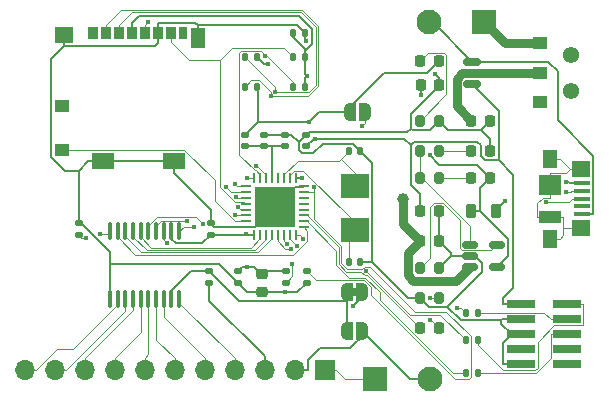
<source format=gbr>
%TF.GenerationSoftware,KiCad,Pcbnew,7.0.5*%
%TF.CreationDate,2023-10-10T15:43:22+02:00*%
%TF.ProjectId,sharp-ce140f-emul_v2,73686172-702d-4636-9531-3430662d656d,rev?*%
%TF.SameCoordinates,Original*%
%TF.FileFunction,Copper,L1,Top*%
%TF.FilePolarity,Positive*%
%FSLAX46Y46*%
G04 Gerber Fmt 4.6, Leading zero omitted, Abs format (unit mm)*
G04 Created by KiCad (PCBNEW 7.0.5) date 2023-10-10 15:43:22*
%MOMM*%
%LPD*%
G01*
G04 APERTURE LIST*
G04 Aperture macros list*
%AMRoundRect*
0 Rectangle with rounded corners*
0 $1 Rounding radius*
0 $2 $3 $4 $5 $6 $7 $8 $9 X,Y pos of 4 corners*
0 Add a 4 corners polygon primitive as box body*
4,1,4,$2,$3,$4,$5,$6,$7,$8,$9,$2,$3,0*
0 Add four circle primitives for the rounded corners*
1,1,$1+$1,$2,$3*
1,1,$1+$1,$4,$5*
1,1,$1+$1,$6,$7*
1,1,$1+$1,$8,$9*
0 Add four rect primitives between the rounded corners*
20,1,$1+$1,$2,$3,$4,$5,0*
20,1,$1+$1,$4,$5,$6,$7,0*
20,1,$1+$1,$6,$7,$8,$9,0*
20,1,$1+$1,$8,$9,$2,$3,0*%
%AMFreePoly0*
4,1,19,0.500000,-0.750000,0.000000,-0.750000,0.000000,-0.744911,-0.071157,-0.744911,-0.207708,-0.704816,-0.327430,-0.627875,-0.420627,-0.520320,-0.479746,-0.390866,-0.500000,-0.250000,-0.500000,0.250000,-0.479746,0.390866,-0.420627,0.520320,-0.327430,0.627875,-0.207708,0.704816,-0.071157,0.744911,0.000000,0.744911,0.000000,0.750000,0.500000,0.750000,0.500000,-0.750000,0.500000,-0.750000,
$1*%
%AMFreePoly1*
4,1,19,0.000000,0.744911,0.071157,0.744911,0.207708,0.704816,0.327430,0.627875,0.420627,0.520320,0.479746,0.390866,0.500000,0.250000,0.500000,-0.250000,0.479746,-0.390866,0.420627,-0.520320,0.327430,-0.627875,0.207708,-0.704816,0.071157,-0.744911,0.000000,-0.744911,0.000000,-0.750000,-0.500000,-0.750000,-0.500000,0.750000,0.000000,0.750000,0.000000,0.744911,0.000000,0.744911,
$1*%
G04 Aperture macros list end*
%TA.AperFunction,SMDPad,CuDef*%
%ADD10RoundRect,0.225000X-0.250000X0.225000X-0.250000X-0.225000X0.250000X-0.225000X0.250000X0.225000X0*%
%TD*%
%TA.AperFunction,SMDPad,CuDef*%
%ADD11RoundRect,0.140000X-0.140000X-0.170000X0.140000X-0.170000X0.140000X0.170000X-0.140000X0.170000X0*%
%TD*%
%TA.AperFunction,SMDPad,CuDef*%
%ADD12RoundRect,0.140000X0.170000X-0.140000X0.170000X0.140000X-0.170000X0.140000X-0.170000X-0.140000X0*%
%TD*%
%TA.AperFunction,SMDPad,CuDef*%
%ADD13RoundRect,0.140000X-0.170000X0.140000X-0.170000X-0.140000X0.170000X-0.140000X0.170000X0.140000X0*%
%TD*%
%TA.AperFunction,SMDPad,CuDef*%
%ADD14RoundRect,0.225000X-0.225000X-0.250000X0.225000X-0.250000X0.225000X0.250000X-0.225000X0.250000X0*%
%TD*%
%TA.AperFunction,SMDPad,CuDef*%
%ADD15RoundRect,0.218750X0.218750X0.256250X-0.218750X0.256250X-0.218750X-0.256250X0.218750X-0.256250X0*%
%TD*%
%TA.AperFunction,SMDPad,CuDef*%
%ADD16RoundRect,0.218750X-0.218750X-0.256250X0.218750X-0.256250X0.218750X0.256250X-0.218750X0.256250X0*%
%TD*%
%TA.AperFunction,SMDPad,CuDef*%
%ADD17RoundRect,0.218750X-0.218750X-0.381250X0.218750X-0.381250X0.218750X0.381250X-0.218750X0.381250X0*%
%TD*%
%TA.AperFunction,ComponentPad*%
%ADD18R,1.700000X1.700000*%
%TD*%
%TA.AperFunction,ComponentPad*%
%ADD19O,1.700000X1.700000*%
%TD*%
%TA.AperFunction,SMDPad,CuDef*%
%ADD20FreePoly0,180.000000*%
%TD*%
%TA.AperFunction,SMDPad,CuDef*%
%ADD21FreePoly1,180.000000*%
%TD*%
%TA.AperFunction,SMDPad,CuDef*%
%ADD22RoundRect,0.147500X-0.172500X0.147500X-0.172500X-0.147500X0.172500X-0.147500X0.172500X0.147500X0*%
%TD*%
%TA.AperFunction,SMDPad,CuDef*%
%ADD23RoundRect,0.135000X-0.185000X0.135000X-0.185000X-0.135000X0.185000X-0.135000X0.185000X0.135000X0*%
%TD*%
%TA.AperFunction,SMDPad,CuDef*%
%ADD24RoundRect,0.200000X0.200000X0.275000X-0.200000X0.275000X-0.200000X-0.275000X0.200000X-0.275000X0*%
%TD*%
%TA.AperFunction,SMDPad,CuDef*%
%ADD25RoundRect,0.100000X-0.100000X0.637500X-0.100000X-0.637500X0.100000X-0.637500X0.100000X0.637500X0*%
%TD*%
%TA.AperFunction,SMDPad,CuDef*%
%ADD26R,2.400000X2.000000*%
%TD*%
%TA.AperFunction,ComponentPad*%
%ADD27RoundRect,0.250001X-0.799999X-0.799999X0.799999X-0.799999X0.799999X0.799999X-0.799999X0.799999X0*%
%TD*%
%TA.AperFunction,ComponentPad*%
%ADD28C,2.100000*%
%TD*%
%TA.AperFunction,SMDPad,CuDef*%
%ADD29R,1.380000X0.450000*%
%TD*%
%TA.AperFunction,SMDPad,CuDef*%
%ADD30R,1.300000X1.650000*%
%TD*%
%TA.AperFunction,SMDPad,CuDef*%
%ADD31R,1.550000X1.425000*%
%TD*%
%TA.AperFunction,SMDPad,CuDef*%
%ADD32R,1.900000X1.800000*%
%TD*%
%TA.AperFunction,SMDPad,CuDef*%
%ADD33R,1.900000X1.000000*%
%TD*%
%TA.AperFunction,SMDPad,CuDef*%
%ADD34RoundRect,0.135000X-0.135000X-0.185000X0.135000X-0.185000X0.135000X0.185000X-0.135000X0.185000X0*%
%TD*%
%TA.AperFunction,SMDPad,CuDef*%
%ADD35FreePoly0,0.000000*%
%TD*%
%TA.AperFunction,SMDPad,CuDef*%
%ADD36FreePoly1,0.000000*%
%TD*%
%TA.AperFunction,ComponentPad*%
%ADD37RoundRect,0.250001X0.799999X0.799999X-0.799999X0.799999X-0.799999X-0.799999X0.799999X-0.799999X0*%
%TD*%
%TA.AperFunction,SMDPad,CuDef*%
%ADD38RoundRect,0.135000X0.135000X0.185000X-0.135000X0.185000X-0.135000X-0.185000X0.135000X-0.185000X0*%
%TD*%
%TA.AperFunction,SMDPad,CuDef*%
%ADD39RoundRect,0.150000X-0.587500X-0.150000X0.587500X-0.150000X0.587500X0.150000X-0.587500X0.150000X0*%
%TD*%
%TA.AperFunction,SMDPad,CuDef*%
%ADD40R,1.200000X1.000000*%
%TD*%
%TA.AperFunction,ComponentPad*%
%ADD41C,1.381000*%
%TD*%
%TA.AperFunction,SMDPad,CuDef*%
%ADD42RoundRect,0.200000X-0.200000X-0.275000X0.200000X-0.275000X0.200000X0.275000X-0.200000X0.275000X0*%
%TD*%
%TA.AperFunction,SMDPad,CuDef*%
%ADD43RoundRect,0.062500X-0.062500X0.375000X-0.062500X-0.375000X0.062500X-0.375000X0.062500X0.375000X0*%
%TD*%
%TA.AperFunction,SMDPad,CuDef*%
%ADD44RoundRect,0.062500X-0.375000X0.062500X-0.375000X-0.062500X0.375000X-0.062500X0.375000X0.062500X0*%
%TD*%
%TA.AperFunction,SMDPad,CuDef*%
%ADD45R,3.450000X3.450000*%
%TD*%
%TA.AperFunction,SMDPad,CuDef*%
%ADD46R,0.850000X1.100000*%
%TD*%
%TA.AperFunction,SMDPad,CuDef*%
%ADD47R,0.750000X1.100000*%
%TD*%
%TA.AperFunction,SMDPad,CuDef*%
%ADD48R,1.170000X1.800000*%
%TD*%
%TA.AperFunction,SMDPad,CuDef*%
%ADD49R,1.900000X1.350000*%
%TD*%
%TA.AperFunction,SMDPad,CuDef*%
%ADD50R,1.550000X1.350000*%
%TD*%
%TA.AperFunction,SMDPad,CuDef*%
%ADD51R,2.400000X0.740000*%
%TD*%
%TA.AperFunction,SMDPad,CuDef*%
%ADD52RoundRect,0.150000X-0.512500X-0.150000X0.512500X-0.150000X0.512500X0.150000X-0.512500X0.150000X0*%
%TD*%
%TA.AperFunction,ViaPad*%
%ADD53C,0.400000*%
%TD*%
%TA.AperFunction,ViaPad*%
%ADD54C,1.000000*%
%TD*%
%TA.AperFunction,Conductor*%
%ADD55C,0.100000*%
%TD*%
%TA.AperFunction,Conductor*%
%ADD56C,0.200000*%
%TD*%
%TA.AperFunction,Conductor*%
%ADD57C,0.800000*%
%TD*%
G04 APERTURE END LIST*
%TA.AperFunction,EtchedComponent*%
%TO.C,JP2*%
G36*
X164334000Y-112568000D02*
G01*
X163834000Y-112568000D01*
X163834000Y-111968000D01*
X164334000Y-111968000D01*
X164334000Y-112568000D01*
G37*
%TD.AperFunction*%
%TD*%
D10*
%TO.P,C1,1*%
%TO.N,+3V3*%
X156210000Y-110731000D03*
%TO.P,C1,2*%
%TO.N,GND*%
X156210000Y-112281000D03*
%TD*%
D11*
%TO.P,C2,1*%
%TO.N,/HSE_IN*%
X163604000Y-109728000D03*
%TO.P,C2,2*%
%TO.N,GND*%
X164564000Y-109728000D03*
%TD*%
D12*
%TO.P,C3,1*%
%TO.N,+3V3*%
X159998000Y-99928000D03*
%TO.P,C3,2*%
%TO.N,GND*%
X159998000Y-98968000D03*
%TD*%
%TO.P,C4,1*%
%TO.N,+3V3*%
X151892000Y-107414000D03*
%TO.P,C4,2*%
%TO.N,GND*%
X151892000Y-106454000D03*
%TD*%
D13*
%TO.P,C5,1*%
%TO.N,+3V3*%
X154178000Y-110518000D03*
%TO.P,C5,2*%
%TO.N,GND*%
X154178000Y-111478000D03*
%TD*%
D11*
%TO.P,C6,1*%
%TO.N,/HSE_OUT*%
X163604000Y-100330000D03*
%TO.P,C6,2*%
%TO.N,GND*%
X164564000Y-100330000D03*
%TD*%
D13*
%TO.P,C7,1*%
%TO.N,/vccb*%
X151780000Y-110518000D03*
%TO.P,C7,2*%
%TO.N,GND*%
X151780000Y-111478000D03*
%TD*%
D14*
%TO.P,C10,1*%
%TO.N,VPP*%
X169684500Y-94728000D03*
%TO.P,C10,2*%
%TO.N,GND*%
X171234500Y-94728000D03*
%TD*%
%TO.P,C11,1*%
%TO.N,/V_BAT*%
X169659000Y-107936000D03*
%TO.P,C11,2*%
%TO.N,GND*%
X171209000Y-107936000D03*
%TD*%
D15*
%TO.P,D1,1,K*%
%TO.N,Net-(D1-Pad1)*%
X171221500Y-115302000D03*
%TO.P,D1,2,A*%
%TO.N,/usr_led*%
X169646500Y-115302000D03*
%TD*%
D16*
%TO.P,D2,1,K*%
%TO.N,Net-(D2-Pad1)*%
X173964500Y-102602000D03*
%TO.P,D2,2,A*%
%TO.N,VPP*%
X175539500Y-102602000D03*
%TD*%
D17*
%TO.P,FB1,1*%
%TO.N,VPP*%
X173943500Y-105396000D03*
%TO.P,FB1,2*%
%TO.N,+5V*%
X176068500Y-105396000D03*
%TD*%
D18*
%TO.P,J2,1,MT_OUT2*%
%TO.N,/mt_out2*%
X161544000Y-118872000D03*
D19*
%TO.P,J2,2,VGG*%
%TO.N,/vgg*%
X159004000Y-118872000D03*
%TO.P,J2,3,GND*%
%TO.N,GND*%
X156464000Y-118872000D03*
%TO.P,J2,4,BUSY*%
%TO.N,/busy*%
X153924000Y-118872000D03*
%TO.P,J2,5,DOUT*%
%TO.N,/dout*%
X151384000Y-118872000D03*
%TO.P,J2,6,X_IN*%
%TO.N,/x_in*%
X148844000Y-118872000D03*
%TO.P,J2,7,X_OUT*%
%TO.N,/x_out*%
X146304000Y-118872000D03*
%TO.P,J2,8,DIN*%
%TO.N,/din*%
X143764000Y-118872000D03*
%TO.P,J2,9,ACK*%
%TO.N,/ack*%
X141224000Y-118872000D03*
%TO.P,J2,10,SEL2*%
%TO.N,/sel2*%
X138684000Y-118872000D03*
%TO.P,J2,11,SEL1*%
%TO.N,/sel1*%
X136144000Y-118872000D03*
%TD*%
D20*
%TO.P,JP1,1,A*%
%TO.N,/BOOT0*%
X164988000Y-97028000D03*
D21*
%TO.P,JP1,2,B*%
%TO.N,+3V3*%
X163688000Y-97028000D03*
%TD*%
D22*
%TO.P,L1,1*%
%TO.N,+3V3*%
X154806000Y-98963000D03*
%TO.P,L1,2*%
%TO.N,+3.3VA*%
X154806000Y-99933000D03*
%TD*%
D23*
%TO.P,R1,1*%
%TO.N,/BOOT0*%
X160020000Y-110488000D03*
%TO.P,R1,2*%
%TO.N,GND*%
X160020000Y-111508000D03*
%TD*%
%TO.P,R2,1*%
%TO.N,GND*%
X140718000Y-106424000D03*
%TO.P,R2,2*%
%TO.N,PA0*%
X140718000Y-107444000D03*
%TD*%
D24*
%TO.P,R3,1*%
%TO.N,Net-(D1-Pad1)*%
X171259000Y-112762000D03*
%TO.P,R3,2*%
%TO.N,GND*%
X169609000Y-112762000D03*
%TD*%
D25*
%TO.P,U1,1,A1*%
%TO.N,PA2*%
X149229000Y-107119500D03*
%TO.P,U1,2,VCCA*%
%TO.N,+3V3*%
X148579000Y-107119500D03*
%TO.P,U1,3,A2*%
%TO.N,PA3*%
X147929000Y-107119500D03*
%TO.P,U1,4,A3*%
%TO.N,PA4*%
X147279000Y-107119500D03*
%TO.P,U1,5,A4*%
%TO.N,PA5*%
X146629000Y-107119500D03*
%TO.P,U1,6,A5*%
%TO.N,PA8*%
X145979000Y-107119500D03*
%TO.P,U1,7,A6*%
%TO.N,PA9*%
X145329000Y-107119500D03*
%TO.P,U1,8,A7*%
%TO.N,PA10*%
X144679000Y-107119500D03*
%TO.P,U1,9,A8*%
%TO.N,PA15*%
X144029000Y-107119500D03*
%TO.P,U1,10,OE*%
%TO.N,PA0*%
X143379000Y-107119500D03*
%TO.P,U1,11,GND*%
%TO.N,GND*%
X143379000Y-112844500D03*
%TO.P,U1,12,B8*%
%TO.N,/sel1*%
X144029000Y-112844500D03*
%TO.P,U1,13,B7*%
%TO.N,/sel2*%
X144679000Y-112844500D03*
%TO.P,U1,14,B6*%
%TO.N,/ack*%
X145329000Y-112844500D03*
%TO.P,U1,15,B5*%
%TO.N,/din*%
X145979000Y-112844500D03*
%TO.P,U1,16,B4*%
%TO.N,/x_out*%
X146629000Y-112844500D03*
%TO.P,U1,17,B3*%
%TO.N,/x_in*%
X147279000Y-112844500D03*
%TO.P,U1,18,B2*%
%TO.N,/dout*%
X147929000Y-112844500D03*
%TO.P,U1,19,VCCB*%
%TO.N,/vccb*%
X148579000Y-112844500D03*
%TO.P,U1,20,B1*%
%TO.N,/busy*%
X149229000Y-112844500D03*
%TD*%
D26*
%TO.P,Y1,1,1*%
%TO.N,/HSE_IN*%
X164084000Y-107006000D03*
%TO.P,Y1,2,2*%
%TO.N,/HSE_OUT*%
X164084000Y-103306000D03*
%TD*%
D27*
%TO.P,J1,1,Pin_1*%
%TO.N,/mt_out2*%
X165834000Y-119634000D03*
D28*
%TO.P,J1,2,Pin_2*%
%TO.N,/vgg*%
X170434000Y-119634000D03*
%TD*%
D23*
%TO.P,R4,1*%
%TO.N,+3V3*%
X158242000Y-110488000D03*
%TO.P,R4,2*%
%TO.N,USB_D+*%
X158242000Y-111508000D03*
%TD*%
D29*
%TO.P,J3,1,VBUS*%
%TO.N,+5V*%
X183324000Y-103066000D03*
%TO.P,J3,2,D-*%
%TO.N,USB_D-*%
X183324000Y-103716000D03*
%TO.P,J3,3,D+*%
%TO.N,USB_D+*%
X183324000Y-104366000D03*
%TO.P,J3,4,ID*%
%TO.N,unconnected-(J3-Pad4)*%
X183324000Y-105016000D03*
%TO.P,J3,5,GND*%
%TO.N,GND*%
X183324000Y-105666000D03*
D30*
%TO.P,J3,6,Shield*%
%TO.N,unconnected-(J3-Pad6)*%
X180664000Y-100991000D03*
D31*
X183239000Y-106853500D03*
D32*
X180664000Y-103216000D03*
D33*
X180664000Y-105916000D03*
D31*
X183239000Y-101878500D03*
D30*
X180664000Y-107741000D03*
%TD*%
D34*
%TO.P,R16,1*%
%TO.N,SWO*%
X173480000Y-119126000D03*
%TO.P,R16,2*%
%TO.N,Net-(J6-Pad6)*%
X174500000Y-119126000D03*
%TD*%
D35*
%TO.P,JP2,1,A*%
%TO.N,/vccb*%
X163434000Y-112268000D03*
D36*
%TO.P,JP2,2,B*%
%TO.N,VPP*%
X164734000Y-112268000D03*
%TD*%
D24*
%TO.P,R7,1*%
%TO.N,Net-(D3-Pad2)*%
X171259000Y-100316000D03*
%TO.P,R7,2*%
%TO.N,Net-(R6-Pad2)*%
X169609000Y-100316000D03*
%TD*%
D37*
%TO.P,J5,1,Pin_1*%
%TO.N,/V_BAT*%
X175020000Y-89408000D03*
D28*
%TO.P,J5,2,Pin_2*%
%TO.N,GND*%
X170420000Y-89408000D03*
%TD*%
D11*
%TO.P,C13,1*%
%TO.N,+3V3*%
X158898000Y-90304000D03*
%TO.P,C13,2*%
%TO.N,GND*%
X159858000Y-90304000D03*
%TD*%
D38*
%TO.P,R9,1*%
%TO.N,+3V3*%
X155798000Y-92336000D03*
%TO.P,R9,2*%
%TO.N,SPI1_MOSI*%
X154778000Y-92336000D03*
%TD*%
D12*
%TO.P,C8,1*%
%TO.N,+3.3VA*%
X158220000Y-99928000D03*
%TO.P,C8,2*%
%TO.N,GND*%
X158220000Y-98968000D03*
%TD*%
D14*
%TO.P,C14,1*%
%TO.N,+3V3*%
X169646000Y-105396000D03*
%TO.P,C14,2*%
%TO.N,GND*%
X171196000Y-105396000D03*
%TD*%
D38*
%TO.P,R10,1*%
%TO.N,+3V3*%
X159888000Y-94876000D03*
%TO.P,R10,2*%
%TO.N,SPI1_SCK*%
X158868000Y-94876000D03*
%TD*%
D39*
%TO.P,U5,1,GND*%
%TO.N,GND*%
X174068500Y-92776000D03*
%TO.P,U5,2,VO*%
%TO.N,+3V3*%
X174068500Y-94676000D03*
%TO.P,U5,3,VI*%
%TO.N,VCC*%
X175943500Y-93726000D03*
%TD*%
D40*
%TO.P,SW1,1,1*%
%TO.N,unconnected-(SW1-Pad1)*%
X179814000Y-96212000D03*
%TO.P,SW1,2,2*%
%TO.N,VCC*%
X179814000Y-93712000D03*
%TO.P,SW1,3,3*%
%TO.N,/V_BAT*%
X179814000Y-91212000D03*
D41*
%TO.P,SW1,4,4*%
%TO.N,unconnected-(SW1-Pad4)*%
X182414000Y-95212000D03*
%TO.P,SW1,5,5*%
%TO.N,unconnected-(SW1-Pad5)*%
X182414000Y-92212000D03*
%TD*%
D15*
%TO.P,D3,1,K*%
%TO.N,GND*%
X175539500Y-100316000D03*
%TO.P,D3,2,A*%
%TO.N,Net-(D3-Pad2)*%
X173964500Y-100316000D03*
%TD*%
D34*
%TO.P,R13,1*%
%TO.N,SWDIO*%
X173480000Y-116332000D03*
%TO.P,R13,2*%
%TO.N,Net-(J6-Pad2)*%
X174500000Y-116332000D03*
%TD*%
D38*
%TO.P,R8,1*%
%TO.N,+3V3*%
X155796000Y-94876000D03*
%TO.P,R8,2*%
%TO.N,SD_CS*%
X154776000Y-94876000D03*
%TD*%
D34*
%TO.P,R15,1*%
%TO.N,SWCLK*%
X173480000Y-114046000D03*
%TO.P,R15,2*%
%TO.N,Net-(J6-Pad4)*%
X174500000Y-114046000D03*
%TD*%
D42*
%TO.P,R12,1*%
%TO.N,Net-(D4-Pad1)*%
X169609000Y-97776000D03*
%TO.P,R12,2*%
%TO.N,GND*%
X171259000Y-97776000D03*
%TD*%
D35*
%TO.P,JP3,1,A*%
%TO.N,/vccb*%
X163434000Y-115570000D03*
D36*
%TO.P,JP3,2,B*%
%TO.N,/vgg*%
X164734000Y-115570000D03*
%TD*%
D43*
%TO.P,U2,1,VDD*%
%TO.N,+3V3*%
X159096000Y-102598500D03*
%TO.P,U2,2,PC14*%
%TO.N,/HSE_IN*%
X158596000Y-102598500D03*
%TO.P,U2,3,PC15*%
%TO.N,/HSE_OUT*%
X158096000Y-102598500D03*
%TO.P,U2,4,NRST*%
%TO.N,unconnected-(U2-Pad4)*%
X157596000Y-102598500D03*
%TO.P,U2,5,VDDA*%
%TO.N,+3.3VA*%
X157096000Y-102598500D03*
%TO.P,U2,6,PA0*%
%TO.N,PA0*%
X156596000Y-102598500D03*
%TO.P,U2,7,PA1*%
%TO.N,SPI1_SCK*%
X156096000Y-102598500D03*
%TO.P,U2,8,PA2*%
%TO.N,PA2*%
X155596000Y-102598500D03*
D44*
%TO.P,U2,9,PA3*%
%TO.N,PA3*%
X154908500Y-103286000D03*
%TO.P,U2,10,PA4*%
%TO.N,PA4*%
X154908500Y-103786000D03*
%TO.P,U2,11,PA5*%
%TO.N,PA5*%
X154908500Y-104286000D03*
%TO.P,U2,12,PA6*%
%TO.N,SPI1_MISO*%
X154908500Y-104786000D03*
%TO.P,U2,13,PA7*%
%TO.N,SPI1_MOSI*%
X154908500Y-105286000D03*
%TO.P,U2,14,PB0*%
%TO.N,SD_CS*%
X154908500Y-105786000D03*
%TO.P,U2,15,PB1*%
%TO.N,SD_CD*%
X154908500Y-106286000D03*
%TO.P,U2,16,VSS*%
%TO.N,GND*%
X154908500Y-106786000D03*
D43*
%TO.P,U2,17,VDD*%
%TO.N,+3V3*%
X155596000Y-107473500D03*
%TO.P,U2,18,PA8*%
%TO.N,PA8*%
X156096000Y-107473500D03*
%TO.P,U2,19,PA9*%
%TO.N,PA9*%
X156596000Y-107473500D03*
%TO.P,U2,20,PA10*%
%TO.N,PA10*%
X157096000Y-107473500D03*
%TO.P,U2,21,PA11*%
%TO.N,USB_D-*%
X157596000Y-107473500D03*
%TO.P,U2,22,PA12*%
%TO.N,USB_D+*%
X158096000Y-107473500D03*
%TO.P,U2,23,PA13*%
%TO.N,SWDIO*%
X158596000Y-107473500D03*
%TO.P,U2,24,PA14*%
%TO.N,SWCLK*%
X159096000Y-107473500D03*
D44*
%TO.P,U2,25,PA15*%
%TO.N,PA15*%
X159783500Y-106786000D03*
%TO.P,U2,26,PB3*%
%TO.N,SWO*%
X159783500Y-106286000D03*
%TO.P,U2,27,PB4*%
%TO.N,/usr_led*%
X159783500Y-105786000D03*
%TO.P,U2,28,PB5*%
%TO.N,PB5*%
X159783500Y-105286000D03*
%TO.P,U2,29,PB6*%
%TO.N,PB6*%
X159783500Y-104786000D03*
%TO.P,U2,30,PB7*%
%TO.N,PB7*%
X159783500Y-104286000D03*
%TO.P,U2,31,PH3*%
%TO.N,/BOOT0*%
X159783500Y-103786000D03*
%TO.P,U2,32,VSS*%
%TO.N,GND*%
X159783500Y-103286000D03*
D45*
%TO.P,U2,33,VSS*%
X157346000Y-105036000D03*
%TD*%
D16*
%TO.P,D4,1,K*%
%TO.N,Net-(D4-Pad1)*%
X169646500Y-92696000D03*
%TO.P,D4,2,A*%
%TO.N,+3V3*%
X171221500Y-92696000D03*
%TD*%
D14*
%TO.P,C12,1*%
%TO.N,VCC*%
X173977000Y-97776000D03*
%TO.P,C12,2*%
%TO.N,GND*%
X175527000Y-97776000D03*
%TD*%
D46*
%TO.P,J4,1,DAT2*%
%TO.N,unconnected-(J4-Pad1)*%
X141929000Y-90371500D03*
%TO.P,J4,2,DAT3/CD*%
%TO.N,SD_CS*%
X143029000Y-90371500D03*
%TO.P,J4,3,CMD*%
%TO.N,SPI1_MOSI*%
X144129000Y-90371500D03*
%TO.P,J4,4,VDD*%
%TO.N,+3V3*%
X145229000Y-90371500D03*
%TO.P,J4,5,CLK*%
%TO.N,SPI1_SCK*%
X146329000Y-90371500D03*
%TO.P,J4,6,VSS*%
%TO.N,GND*%
X147429000Y-90371500D03*
%TO.P,J4,7,DAT0*%
%TO.N,SPI1_MISO*%
X148529000Y-90371500D03*
D47*
%TO.P,J4,8,DAT1*%
%TO.N,unconnected-(J4-Pad8)*%
X149579000Y-90371500D03*
D40*
%TO.P,J4,9,DET_B*%
%TO.N,unconnected-(J4-Pad9)*%
X139294000Y-96521500D03*
%TO.P,J4,10,DET_A*%
%TO.N,SD_CD*%
X139294000Y-100221500D03*
D48*
%TO.P,J4,11,SHIELD*%
%TO.N,GND*%
X150789000Y-90721500D03*
D49*
X148764000Y-101196500D03*
D50*
X139469000Y-90496500D03*
D49*
X142794000Y-101196500D03*
%TD*%
D42*
%TO.P,R5,1*%
%TO.N,Net-(R5-Pad1)*%
X169609000Y-110236000D03*
%TO.P,R5,2*%
%TO.N,GND*%
X171259000Y-110236000D03*
%TD*%
D38*
%TO.P,R11,1*%
%TO.N,+3V3*%
X159886000Y-92336000D03*
%TO.P,R11,2*%
%TO.N,SPI1_MISO*%
X158866000Y-92336000D03*
%TD*%
D51*
%TO.P,J6,1,Pin_1*%
%TO.N,+3V3*%
X178136000Y-113270000D03*
%TO.P,J6,2,Pin_2*%
%TO.N,Net-(J6-Pad2)*%
X182036000Y-113270000D03*
%TO.P,J6,3,Pin_3*%
%TO.N,GND*%
X178136000Y-114540000D03*
%TO.P,J6,4,Pin_4*%
%TO.N,Net-(J6-Pad4)*%
X182036000Y-114540000D03*
%TO.P,J6,5,Pin_5*%
%TO.N,GND*%
X178136000Y-115810000D03*
%TO.P,J6,6,Pin_6*%
%TO.N,Net-(J6-Pad6)*%
X182036000Y-115810000D03*
%TO.P,J6,7,Pin_7*%
%TO.N,unconnected-(J6-Pad7)*%
X178136000Y-117080000D03*
%TO.P,J6,8,Pin_8*%
%TO.N,unconnected-(J6-Pad8)*%
X182036000Y-117080000D03*
%TO.P,J6,9,Pin_9*%
%TO.N,GND*%
X178136000Y-118350000D03*
%TO.P,J6,10,Pin_10*%
%TO.N,unconnected-(J6-Pad10)*%
X182036000Y-118350000D03*
%TD*%
D12*
%TO.P,C9,1*%
%TO.N,+3.3VA*%
X156442000Y-99928000D03*
%TO.P,C9,2*%
%TO.N,GND*%
X156442000Y-98968000D03*
%TD*%
D24*
%TO.P,R6,1*%
%TO.N,Net-(D2-Pad1)*%
X171259000Y-102602000D03*
%TO.P,R6,2*%
%TO.N,Net-(R6-Pad2)*%
X169609000Y-102602000D03*
%TD*%
D52*
%TO.P,U4,1,STAT*%
%TO.N,Net-(R6-Pad2)*%
X173868500Y-108270000D03*
%TO.P,U4,2,VSS*%
%TO.N,GND*%
X173868500Y-109220000D03*
%TO.P,U4,3,VBAT*%
%TO.N,/V_BAT*%
X173868500Y-110170000D03*
%TO.P,U4,4,VDD*%
%TO.N,VPP*%
X176143500Y-110170000D03*
%TO.P,U4,5,PROG*%
%TO.N,Net-(R5-Pad1)*%
X176143500Y-108270000D03*
%TD*%
D53*
%TO.N,PA5*%
X154050500Y-104185600D03*
X151276500Y-106510300D03*
%TO.N,PA4*%
X153241000Y-103402700D03*
X149918100Y-106282000D03*
%TO.N,PA3*%
X153970700Y-103121300D03*
X148222600Y-108138600D03*
%TO.N,PA2*%
X154985700Y-102598500D03*
X150487000Y-106743300D03*
%TO.N,PA0*%
X155773600Y-101605300D03*
X141384500Y-107684700D03*
X142562200Y-107327800D03*
%TO.N,SD_CS*%
X153994600Y-105786000D03*
X156977900Y-95693100D03*
%TO.N,SPI1_MOSI*%
X157338000Y-95296900D03*
X154204100Y-105037500D03*
%TO.N,SPI1_SCK*%
X156464500Y-92285800D03*
X146612300Y-89421600D03*
%TO.N,/BOOT0*%
X160648900Y-103414500D03*
X164714200Y-98206300D03*
%TO.N,SWCLK*%
X159742600Y-107783400D03*
X172774500Y-113622200D03*
%TO.N,SWDIO*%
X159192800Y-108332500D03*
X165091100Y-110463300D03*
D54*
%TO.N,/V_BAT*%
X168225100Y-104429900D03*
D53*
%TO.N,USB_D-*%
X158692600Y-108583900D03*
X181995700Y-103840000D03*
%TO.N,USB_D+*%
X158338900Y-108215100D03*
X180269400Y-104620200D03*
X158811800Y-109887600D03*
%TO.N,+5V*%
X182026800Y-102921000D03*
X176807500Y-104596900D03*
%TO.N,VPP*%
X170434000Y-100678000D03*
X163940100Y-113421100D03*
X169680400Y-95614000D03*
%TO.N,Net-(D1-Pad1)*%
X170493300Y-112762000D03*
X170493300Y-114662900D03*
%TO.N,+3V3*%
X159640700Y-102598500D03*
X160214900Y-97898400D03*
X160079500Y-93996200D03*
X156739100Y-92961400D03*
X160721300Y-99291300D03*
X154898500Y-107340700D03*
X154948100Y-110130500D03*
%TO.N,GND*%
X159967000Y-91039200D03*
X170905400Y-93849100D03*
X158186600Y-112281000D03*
%TD*%
D55*
%TO.N,/sel1*%
X138920200Y-117096100D02*
X137144300Y-118872000D01*
X140229300Y-117096100D02*
X138920200Y-117096100D01*
X144029000Y-113296400D02*
X140229300Y-117096100D01*
X144029000Y-112844500D02*
X144029000Y-113296400D01*
X136144000Y-118872000D02*
X137144300Y-118872000D01*
%TO.N,SWO*%
X172428100Y-119126000D02*
X173480000Y-119126000D01*
X166216600Y-112914500D02*
X172428100Y-119126000D01*
X166216600Y-112271700D02*
X166216600Y-112914500D01*
X164983900Y-111039000D02*
X166216600Y-112271700D01*
X163615400Y-111039000D02*
X164983900Y-111039000D01*
X162549700Y-109973300D02*
X163615400Y-111039000D01*
X162549700Y-108758100D02*
X162549700Y-109973300D01*
X160077600Y-106286000D02*
X162549700Y-108758100D01*
X159783500Y-106286000D02*
X160077600Y-106286000D01*
%TO.N,Net-(J6-Pad6)*%
X182036000Y-115810000D02*
X180685700Y-115810000D01*
X180685700Y-117869700D02*
X180685700Y-115810000D01*
X179429400Y-119126000D02*
X180685700Y-117869700D01*
X174500000Y-119126000D02*
X179429400Y-119126000D01*
%TO.N,Net-(J6-Pad4)*%
X174526300Y-114019700D02*
X174500000Y-114046000D01*
X180165400Y-114019700D02*
X174526300Y-114019700D01*
X180685700Y-114540000D02*
X180165400Y-114019700D01*
X182036000Y-114540000D02*
X180685700Y-114540000D01*
%TO.N,Net-(J6-Pad2)*%
X174500000Y-116735400D02*
X174500000Y-116332000D01*
X176662600Y-118898000D02*
X174500000Y-116735400D01*
X179374200Y-118898000D02*
X176662600Y-118898000D01*
X179574400Y-118697800D02*
X179374200Y-118898000D01*
X179574400Y-116475700D02*
X179574400Y-118697800D01*
X180989700Y-115060400D02*
X179574400Y-116475700D01*
X183357300Y-115060400D02*
X180989700Y-115060400D01*
X183386300Y-115031400D02*
X183357300Y-115060400D01*
X183386300Y-113270000D02*
X183386300Y-115031400D01*
X182036000Y-113270000D02*
X183386300Y-113270000D01*
%TO.N,/usr_led*%
X165158100Y-110813600D02*
X169646500Y-115302000D01*
X164946100Y-110813600D02*
X165158100Y-110813600D01*
X164670900Y-110538400D02*
X164946100Y-110813600D01*
X163398000Y-110538400D02*
X164670900Y-110538400D01*
X162750000Y-109890400D02*
X163398000Y-110538400D01*
X162750000Y-108458500D02*
X162750000Y-109890400D01*
X160077500Y-105786000D02*
X162750000Y-108458500D01*
X159783500Y-105786000D02*
X160077500Y-105786000D01*
%TO.N,PA15*%
X160094500Y-107097000D02*
X159783500Y-106786000D01*
X160094500Y-107937400D02*
X160094500Y-107097000D01*
X158912700Y-109119200D02*
X160094500Y-107937400D01*
X145534400Y-109119200D02*
X158912700Y-109119200D01*
X144029000Y-107613800D02*
X145534400Y-109119200D01*
X144029000Y-107119500D02*
X144029000Y-107613800D01*
%TO.N,PA10*%
X144679000Y-107563500D02*
X144679000Y-107119500D01*
X146031300Y-108915800D02*
X144679000Y-107563500D01*
X155892900Y-108915800D02*
X146031300Y-108915800D01*
X157096000Y-107712700D02*
X155892900Y-108915800D01*
X157096000Y-107473500D02*
X157096000Y-107712700D01*
%TO.N,PA9*%
X145329000Y-107566700D02*
X145329000Y-107119500D01*
X146477800Y-108715500D02*
X145329000Y-107566700D01*
X155623900Y-108715500D02*
X146477800Y-108715500D01*
X156596000Y-107743400D02*
X155623900Y-108715500D01*
X156596000Y-107473500D02*
X156596000Y-107743400D01*
%TO.N,PA5*%
X154150900Y-104286000D02*
X154050500Y-104185600D01*
X154908500Y-104286000D02*
X154150900Y-104286000D01*
X150697900Y-105931700D02*
X151276500Y-106510300D01*
X147361900Y-105931700D02*
X150697900Y-105931700D01*
X146629000Y-106664600D02*
X147361900Y-105931700D01*
X146629000Y-107119500D02*
X146629000Y-106664600D01*
%TO.N,PA4*%
X147279000Y-106637100D02*
X147279000Y-107119500D01*
X147686600Y-106229500D02*
X147279000Y-106637100D01*
X149865600Y-106229500D02*
X147686600Y-106229500D01*
X149918100Y-106282000D02*
X149865600Y-106229500D01*
X153624300Y-103786000D02*
X153241000Y-103402700D01*
X154908500Y-103786000D02*
X153624300Y-103786000D01*
%TO.N,PA3*%
X147929000Y-107845000D02*
X148222600Y-108138600D01*
X147929000Y-107119500D02*
X147929000Y-107845000D01*
X154135400Y-103286000D02*
X153970700Y-103121300D01*
X154908500Y-103286000D02*
X154135400Y-103286000D01*
%TO.N,PA2*%
X149605200Y-106743300D02*
X149229000Y-107119500D01*
X150487000Y-106743300D02*
X149605200Y-106743300D01*
X155596000Y-102598500D02*
X154985700Y-102598500D01*
%TO.N,Net-(R6-Pad2)*%
X169609000Y-100316000D02*
X169609000Y-102602000D01*
X169758100Y-102602000D02*
X169609000Y-102602000D01*
X173868500Y-106712400D02*
X169758100Y-102602000D01*
X173868500Y-108270000D02*
X173868500Y-106712400D01*
%TO.N,Net-(R5-Pad1)*%
X175668500Y-108745000D02*
X176143500Y-108270000D01*
X173210900Y-108745000D02*
X175668500Y-108745000D01*
X172972200Y-108506300D02*
X173210900Y-108745000D01*
X172972200Y-106162600D02*
X172972200Y-108506300D01*
X171563200Y-104753600D02*
X172972200Y-106162600D01*
X170782000Y-104753600D02*
X171563200Y-104753600D01*
X170434000Y-105101600D02*
X170782000Y-104753600D01*
X170434000Y-109411000D02*
X170434000Y-105101600D01*
X169609000Y-110236000D02*
X170434000Y-109411000D01*
%TO.N,PA0*%
X156596000Y-102348700D02*
X156596000Y-102598500D01*
X155852600Y-101605300D02*
X156596000Y-102348700D01*
X155773600Y-101605300D02*
X155852600Y-101605300D01*
X140958700Y-107684700D02*
X140718000Y-107444000D01*
X141384500Y-107684700D02*
X140958700Y-107684700D01*
X143170700Y-107327800D02*
X143379000Y-107119500D01*
X142562200Y-107327800D02*
X143170700Y-107327800D01*
%TO.N,SD_CD*%
X153999300Y-106286000D02*
X154908500Y-106286000D01*
X152242400Y-104529100D02*
X153999300Y-106286000D01*
X152242400Y-102779300D02*
X152242400Y-104529100D01*
X149684600Y-100221500D02*
X152242400Y-102779300D01*
X139294000Y-100221500D02*
X149684600Y-100221500D01*
%TO.N,SD_CS*%
X143029000Y-90371500D02*
X143029000Y-89671200D01*
X154908500Y-105786000D02*
X153994600Y-105786000D01*
X160136500Y-95693100D02*
X156977900Y-95693100D01*
X161031600Y-94798000D02*
X160136500Y-95693100D01*
X161031600Y-89718300D02*
X161031600Y-94798000D01*
X159674500Y-88361200D02*
X161031600Y-89718300D01*
X144339000Y-88361200D02*
X159674500Y-88361200D01*
X143029000Y-89671200D02*
X144339000Y-88361200D01*
X155308100Y-94343900D02*
X154776000Y-94876000D01*
X155996900Y-94343900D02*
X155308100Y-94343900D01*
X156977900Y-95324900D02*
X155996900Y-94343900D01*
X156977900Y-95693100D02*
X156977900Y-95324900D01*
%TO.N,/sel2*%
X144679000Y-113877300D02*
X139684300Y-118872000D01*
X144679000Y-112844500D02*
X144679000Y-113877300D01*
X138684000Y-118872000D02*
X139684300Y-118872000D01*
%TO.N,/ack*%
X145329000Y-113766700D02*
X141224000Y-117871700D01*
X145329000Y-112844500D02*
X145329000Y-113766700D01*
X141224000Y-118872000D02*
X141224000Y-117871700D01*
%TO.N,/din*%
X145979000Y-115656700D02*
X143764000Y-117871700D01*
X145979000Y-112844500D02*
X145979000Y-115656700D01*
X143764000Y-118872000D02*
X143764000Y-117871700D01*
%TO.N,/x_out*%
X146629000Y-117546700D02*
X146304000Y-117871700D01*
X146629000Y-112844500D02*
X146629000Y-117546700D01*
X146304000Y-118872000D02*
X146304000Y-117871700D01*
%TO.N,/x_in*%
X147279000Y-116306700D02*
X148844000Y-117871700D01*
X147279000Y-112844500D02*
X147279000Y-116306700D01*
X148844000Y-118872000D02*
X148844000Y-117871700D01*
%TO.N,/dout*%
X147929000Y-114416700D02*
X151384000Y-117871700D01*
X147929000Y-112844500D02*
X147929000Y-114416700D01*
X151384000Y-118872000D02*
X151384000Y-117871700D01*
%TO.N,/busy*%
X149229000Y-113176700D02*
X153924000Y-117871700D01*
X149229000Y-112844500D02*
X149229000Y-113176700D01*
X153924000Y-118872000D02*
X153924000Y-117871700D01*
D56*
%TO.N,/vgg*%
X159004000Y-118872000D02*
X160154300Y-118872000D01*
X160154300Y-118058500D02*
X160154300Y-118872000D01*
X161175900Y-117036900D02*
X160154300Y-118058500D01*
X163702100Y-117036900D02*
X161175900Y-117036900D01*
X164951500Y-115787500D02*
X163702100Y-117036900D01*
X164734000Y-115570000D02*
X164951500Y-115787500D01*
X168798000Y-119634000D02*
X170434000Y-119634000D01*
X164951500Y-115787500D02*
X168798000Y-119634000D01*
D55*
%TO.N,/mt_out2*%
X163306300Y-119634000D02*
X162544300Y-118872000D01*
X165834000Y-119634000D02*
X163306300Y-119634000D01*
X161544000Y-118872000D02*
X162544300Y-118872000D01*
D56*
%TO.N,/vccb*%
X148579000Y-112180100D02*
X148579000Y-112844500D01*
X150241100Y-110518000D02*
X148579000Y-112180100D01*
X151780000Y-110518000D02*
X150241100Y-110518000D01*
X154303200Y-113041200D02*
X151780000Y-110518000D01*
X163434000Y-113041200D02*
X154303200Y-113041200D01*
X163434000Y-115570000D02*
X163434000Y-113041200D01*
X163434000Y-113041200D02*
X163434000Y-112268000D01*
D55*
%TO.N,Net-(D3-Pad2)*%
X173964500Y-100316000D02*
X171259000Y-100316000D01*
%TO.N,Net-(D2-Pad1)*%
X171259000Y-102602000D02*
X173964500Y-102602000D01*
%TO.N,SPI1_MOSI*%
X144129000Y-90371500D02*
X144129000Y-89671200D01*
X154452600Y-105286000D02*
X154908500Y-105286000D01*
X154204100Y-105037500D02*
X154452600Y-105286000D01*
X157338000Y-94896000D02*
X157338000Y-95296900D01*
X154778000Y-92336000D02*
X157338000Y-94896000D01*
X157388200Y-95347100D02*
X157338000Y-95296900D01*
X160188700Y-95347100D02*
X157388200Y-95347100D01*
X160831200Y-94704600D02*
X160188700Y-95347100D01*
X160831200Y-89830500D02*
X160831200Y-94704600D01*
X159562400Y-88561700D02*
X160831200Y-89830500D01*
X145238500Y-88561700D02*
X159562400Y-88561700D01*
X144129000Y-89671200D02*
X145238500Y-88561700D01*
%TO.N,SPI1_MISO*%
X148529000Y-90371500D02*
X148529000Y-91071800D01*
X150094700Y-92637500D02*
X152708400Y-92637500D01*
X148529000Y-91071800D02*
X150094700Y-92637500D01*
X153748000Y-91597900D02*
X152708400Y-92637500D01*
X158127900Y-91597900D02*
X153748000Y-91597900D01*
X158866000Y-92336000D02*
X158127900Y-91597900D01*
X152708400Y-103368900D02*
X152708400Y-92637500D01*
X153944000Y-104604500D02*
X152708400Y-103368900D01*
X154727000Y-104604500D02*
X153944000Y-104604500D01*
X154908500Y-104786000D02*
X154727000Y-104604500D01*
%TO.N,SPI1_SCK*%
X146329000Y-90371500D02*
X146329000Y-89671200D01*
X146578600Y-89421600D02*
X146612300Y-89421600D01*
X146329000Y-89671200D02*
X146578600Y-89421600D01*
X156464500Y-92176300D02*
X156464500Y-92285800D01*
X156136500Y-91848300D02*
X156464500Y-92176300D01*
X154485500Y-91848300D02*
X156136500Y-91848300D01*
X154326300Y-92007500D02*
X154485500Y-91848300D01*
X154326300Y-100667900D02*
X154326300Y-92007500D01*
X155631900Y-101973500D02*
X154326300Y-100667900D01*
X155733400Y-101973500D02*
X155631900Y-101973500D01*
X156096000Y-102336100D02*
X155733400Y-101973500D01*
X156096000Y-102598500D02*
X156096000Y-102336100D01*
X158868000Y-94447900D02*
X158868000Y-94876000D01*
X156705900Y-92285800D02*
X158868000Y-94447900D01*
X156464500Y-92285800D02*
X156705900Y-92285800D01*
%TO.N,/BOOT0*%
X164988000Y-97932500D02*
X164988000Y-97028000D01*
X164714200Y-98206300D02*
X164988000Y-97932500D01*
X160648900Y-103786000D02*
X159783500Y-103786000D01*
X160648900Y-103786000D02*
X160648900Y-103414500D01*
X160648900Y-106074000D02*
X160648900Y-103786000D01*
X162950300Y-108375400D02*
X160648900Y-106074000D01*
X162950300Y-109807500D02*
X162950300Y-108375400D01*
X163460300Y-110317500D02*
X162950300Y-109807500D01*
X164741600Y-110317500D02*
X163460300Y-110317500D01*
X164946100Y-110113000D02*
X164741600Y-110317500D01*
X165386800Y-110113000D02*
X164946100Y-110113000D01*
X169194200Y-113920400D02*
X165386800Y-110113000D01*
X171845100Y-113920400D02*
X169194200Y-113920400D01*
X173901700Y-115977000D02*
X171845100Y-113920400D01*
X173901700Y-119497700D02*
X173901700Y-115977000D01*
X173797500Y-119601900D02*
X173901700Y-119497700D01*
X172619000Y-119601900D02*
X173797500Y-119601900D01*
X165507000Y-112489900D02*
X172619000Y-119601900D01*
X165507000Y-111845300D02*
X165507000Y-112489900D01*
X164919900Y-111258200D02*
X165507000Y-111845300D01*
X160790200Y-111258200D02*
X164919900Y-111258200D01*
X160020000Y-110488000D02*
X160790200Y-111258200D01*
%TO.N,unconnected-(J3-Pad6)*%
X182313700Y-101840400D02*
X181464300Y-100991000D01*
X182313700Y-101878500D02*
X182313700Y-101840400D01*
X180664000Y-100991000D02*
X181464300Y-100991000D01*
X183239000Y-101878500D02*
X182313700Y-101878500D01*
X182026500Y-102165700D02*
X182313700Y-101878500D01*
X180664000Y-102165700D02*
X182026500Y-102165700D01*
X180664000Y-103216000D02*
X180664000Y-102165700D01*
X180066000Y-104266300D02*
X180664000Y-104266300D01*
X179563700Y-104768600D02*
X180066000Y-104266300D01*
X179563700Y-105916000D02*
X179563700Y-104768600D01*
X180664000Y-103216000D02*
X180664000Y-104266300D01*
X180664000Y-105916000D02*
X181764300Y-105916000D01*
X180664000Y-107741000D02*
X181464300Y-107741000D01*
X180664000Y-105916000D02*
X179563700Y-105916000D01*
X183239000Y-106853500D02*
X182313700Y-106853500D01*
X181764300Y-106853500D02*
X182313700Y-106853500D01*
X181764300Y-107441000D02*
X181764300Y-106853500D01*
X181464300Y-107741000D02*
X181764300Y-107441000D01*
X181764300Y-106853500D02*
X181764300Y-105916000D01*
%TO.N,PA8*%
X145979000Y-107615300D02*
X145979000Y-107119500D01*
X146878900Y-108515200D02*
X145979000Y-107615300D01*
X155299000Y-108515200D02*
X146878900Y-108515200D01*
X156096000Y-107718200D02*
X155299000Y-108515200D01*
X156096000Y-107473500D02*
X156096000Y-107718200D01*
%TO.N,SWCLK*%
X173056200Y-113622200D02*
X173480000Y-114046000D01*
X172774500Y-113622200D02*
X173056200Y-113622200D01*
X159432700Y-107473500D02*
X159742600Y-107783400D01*
X159096000Y-107473500D02*
X159432700Y-107473500D01*
%TO.N,SWDIO*%
X171322000Y-114174000D02*
X173480000Y-116332000D01*
X168801800Y-114174000D02*
X171322000Y-114174000D01*
X165091100Y-110463300D02*
X168801800Y-114174000D01*
X158596000Y-107735700D02*
X159192800Y-108332500D01*
X158596000Y-107473500D02*
X158596000Y-107735700D01*
%TO.N,Net-(D4-Pad1)*%
X171842900Y-95542100D02*
X169609000Y-97776000D01*
X171842900Y-92241100D02*
X171842900Y-95542100D01*
X171663100Y-92061300D02*
X171842900Y-92241100D01*
X170281200Y-92061300D02*
X171663100Y-92061300D01*
X169646500Y-92696000D02*
X170281200Y-92061300D01*
D57*
%TO.N,/V_BAT*%
X168595000Y-109000000D02*
X169659000Y-107936000D01*
X168595000Y-110844100D02*
X168595000Y-109000000D01*
X169074600Y-111323700D02*
X168595000Y-110844100D01*
X172714800Y-111323700D02*
X169074600Y-111323700D01*
X173868500Y-110170000D02*
X172714800Y-111323700D01*
X176824000Y-91212000D02*
X175020000Y-89408000D01*
X179814000Y-91212000D02*
X176824000Y-91212000D01*
X168225100Y-106502100D02*
X168225100Y-104429900D01*
X169659000Y-107936000D02*
X168225100Y-106502100D01*
D55*
%TO.N,USB_D-*%
X182359700Y-103840000D02*
X182483700Y-103716000D01*
X181995700Y-103840000D02*
X182359700Y-103840000D01*
X183324000Y-103716000D02*
X182483700Y-103716000D01*
X158192500Y-108583900D02*
X158692600Y-108583900D01*
X157596000Y-107987400D02*
X158192500Y-108583900D01*
X157596000Y-107473500D02*
X157596000Y-107987400D01*
%TO.N,USB_D+*%
X182229500Y-104620200D02*
X182483700Y-104366000D01*
X180269400Y-104620200D02*
X182229500Y-104620200D01*
X183324000Y-104366000D02*
X182483700Y-104366000D01*
X158096000Y-107972200D02*
X158338900Y-108215100D01*
X158096000Y-107473500D02*
X158096000Y-107972200D01*
X158811800Y-110938200D02*
X158242000Y-111508000D01*
X158811800Y-109887600D02*
X158811800Y-110938200D01*
D56*
%TO.N,+5V*%
X176068500Y-105335900D02*
X176068500Y-105396000D01*
X176807500Y-104596900D02*
X176068500Y-105335900D01*
X183324000Y-103066000D02*
X182333700Y-103066000D01*
X182188700Y-102921000D02*
X182026800Y-102921000D01*
X182333700Y-103066000D02*
X182188700Y-102921000D01*
%TO.N,VPP*%
X174692400Y-105396000D02*
X173943500Y-105396000D01*
X177109100Y-107812700D02*
X174692400Y-105396000D01*
X177109100Y-109204400D02*
X177109100Y-107812700D01*
X176143500Y-110170000D02*
X177109100Y-109204400D01*
X174692400Y-103449100D02*
X175539500Y-102602000D01*
X174692400Y-105396000D02*
X174692400Y-103449100D01*
X174440200Y-101502700D02*
X175539500Y-102602000D01*
X171258700Y-101502700D02*
X174440200Y-101502700D01*
X170434000Y-100678000D02*
X171258700Y-101502700D01*
X163975300Y-113421100D02*
X163940100Y-113421100D01*
X164734000Y-112662400D02*
X163975300Y-113421100D01*
X164734000Y-112268000D02*
X164734000Y-112662400D01*
X169680400Y-94732100D02*
X169684500Y-94728000D01*
X169680400Y-95614000D02*
X169680400Y-94732100D01*
D55*
%TO.N,Net-(D1-Pad1)*%
X170582400Y-114662900D02*
X170493300Y-114662900D01*
X171221500Y-115302000D02*
X170582400Y-114662900D01*
X171259000Y-112762000D02*
X170493300Y-112762000D01*
%TO.N,/HSE_IN*%
X164084000Y-107006000D02*
X164084000Y-106430800D01*
X163604000Y-106910800D02*
X163604000Y-109728000D01*
X164084000Y-106430800D02*
X163604000Y-106910800D01*
X158596000Y-102337100D02*
X158596000Y-102598500D01*
X158930300Y-102002800D02*
X158596000Y-102337100D01*
X159732600Y-102002800D02*
X158930300Y-102002800D01*
X164084000Y-106354200D02*
X159732600Y-102002800D01*
X164084000Y-106430800D02*
X164084000Y-106354200D01*
%TO.N,/HSE_OUT*%
X164084000Y-103306000D02*
X164084000Y-102155700D01*
X164084000Y-102155700D02*
X162931200Y-101002800D01*
X162793700Y-101140300D02*
X162931200Y-101002800D01*
X159263700Y-101140300D02*
X162793700Y-101140300D01*
X158096000Y-102308000D02*
X159263700Y-101140300D01*
X158096000Y-102598500D02*
X158096000Y-102308000D01*
X162931200Y-101002800D02*
X163604000Y-100330000D01*
D56*
%TO.N,+3.3VA*%
X154811000Y-99928000D02*
X154806000Y-99933000D01*
X156442000Y-99928000D02*
X154811000Y-99928000D01*
X157096000Y-99928000D02*
X157096000Y-102598500D01*
X158220000Y-99928000D02*
X157096000Y-99928000D01*
X157096000Y-99928000D02*
X156442000Y-99928000D01*
%TO.N,+3V3*%
X161085300Y-97028000D02*
X163688000Y-97028000D01*
X160214900Y-97898400D02*
X161085300Y-97028000D01*
X159096000Y-102598500D02*
X159640700Y-102598500D01*
X148579000Y-107780000D02*
X148579000Y-107119500D01*
X148956800Y-108157800D02*
X148579000Y-107780000D01*
X151148200Y-108157800D02*
X148956800Y-108157800D01*
X151892000Y-107414000D02*
X151148200Y-108157800D01*
X178136000Y-113270000D02*
X176635700Y-113270000D01*
X155870600Y-94950600D02*
X155796000Y-94876000D01*
X155870600Y-97898400D02*
X155870600Y-94950600D01*
X160214900Y-97898400D02*
X155870600Y-97898400D01*
X155870600Y-97898400D02*
X154806000Y-98963000D01*
X156423400Y-92961400D02*
X155798000Y-92336000D01*
X156739100Y-92961400D02*
X156423400Y-92961400D01*
X163688000Y-96587000D02*
X163688000Y-97028000D01*
X166568900Y-93706100D02*
X163688000Y-96587000D01*
X170211400Y-93706100D02*
X166568900Y-93706100D01*
X171221500Y-92696000D02*
X170211400Y-93706100D01*
X159888000Y-94187700D02*
X159888000Y-94876000D01*
X160079500Y-93996200D02*
X159888000Y-94187700D01*
X156453000Y-110488000D02*
X156210000Y-110731000D01*
X158242000Y-110488000D02*
X156453000Y-110488000D01*
X159886000Y-93802700D02*
X159886000Y-92336000D01*
X160079500Y-93996200D02*
X159886000Y-93802700D01*
X145229000Y-90371500D02*
X145229000Y-89521200D01*
X160474100Y-91245000D02*
X159960800Y-91758300D01*
X160474100Y-89984200D02*
X160474100Y-91245000D01*
X159402000Y-88912100D02*
X160474100Y-89984200D01*
X145838100Y-88912100D02*
X159402000Y-88912100D01*
X145229000Y-89521200D02*
X145838100Y-88912100D01*
X159886000Y-91833100D02*
X159960800Y-91758300D01*
X159886000Y-92336000D02*
X159886000Y-91833100D01*
X158898000Y-90695500D02*
X158898000Y-90304000D01*
X159960800Y-91758300D02*
X158898000Y-90695500D01*
X154898500Y-107414000D02*
X151892000Y-107414000D01*
X154958000Y-107473500D02*
X154898500Y-107414000D01*
X155596000Y-107473500D02*
X154958000Y-107473500D01*
X154898500Y-107414000D02*
X154898500Y-107340700D01*
X177509700Y-102320600D02*
X176302800Y-101113700D01*
X177509700Y-111893300D02*
X177509700Y-102320600D01*
X176635700Y-112767300D02*
X177509700Y-111893300D01*
X176635700Y-113270000D02*
X176635700Y-112767300D01*
X176302800Y-96910300D02*
X174068500Y-94676000D01*
X176302800Y-101113700D02*
X176302800Y-96910300D01*
X160634700Y-99291300D02*
X160721300Y-99291300D01*
X159998000Y-99928000D02*
X160634700Y-99291300D01*
X168303600Y-99291300D02*
X168842800Y-99830500D01*
X160721300Y-99291300D02*
X168303600Y-99291300D01*
X169144200Y-99529100D02*
X168842800Y-99830500D01*
X174434200Y-99529100D02*
X169144200Y-99529100D01*
X174752000Y-99846900D02*
X174434200Y-99529100D01*
X174752000Y-100758400D02*
X174752000Y-99846900D01*
X175107300Y-101113700D02*
X174752000Y-100758400D01*
X176302800Y-101113700D02*
X175107300Y-101113700D01*
X169646000Y-103998700D02*
X169646000Y-105396000D01*
X168842800Y-103195500D02*
X169646000Y-103998700D01*
X168842800Y-99830500D02*
X168842800Y-103195500D01*
X155609500Y-110130500D02*
X154948100Y-110130500D01*
X156210000Y-110731000D02*
X155609500Y-110130500D01*
X154565500Y-110130500D02*
X154178000Y-110518000D01*
X154948100Y-110130500D02*
X154565500Y-110130500D01*
D57*
%TO.N,VCC*%
X173202400Y-93726000D02*
X175943500Y-93726000D01*
X172718300Y-94210100D02*
X173202400Y-93726000D01*
X172718300Y-96517300D02*
X172718300Y-94210100D01*
X173977000Y-97776000D02*
X172718300Y-96517300D01*
X178599700Y-93726000D02*
X178613700Y-93712000D01*
X175943500Y-93726000D02*
X178599700Y-93726000D01*
X179814000Y-93712000D02*
X178613700Y-93712000D01*
D56*
%TO.N,GND*%
X150789000Y-90721500D02*
X150789000Y-89707300D01*
X170700500Y-89408000D02*
X170420000Y-89408000D01*
X174068500Y-92776000D02*
X170700500Y-89408000D01*
X180472100Y-92776000D02*
X174068500Y-92776000D01*
X181286600Y-93590500D02*
X180472100Y-92776000D01*
X181286600Y-97692400D02*
X181286600Y-93590500D01*
X184314300Y-100720100D02*
X181286600Y-97692400D01*
X184314300Y-105666000D02*
X184314300Y-100720100D01*
X183324000Y-105666000D02*
X184314300Y-105666000D01*
X178136000Y-115810000D02*
X177385900Y-115810000D01*
X142794000Y-101196500D02*
X141543700Y-101196500D01*
X148764000Y-101196500D02*
X142794000Y-101196500D01*
X139469000Y-90496500D02*
X139469000Y-91471800D01*
X140718000Y-102022200D02*
X141543700Y-101196500D01*
X147429000Y-90371500D02*
X147429000Y-91221800D01*
X138393600Y-92547200D02*
X139469000Y-91471800D01*
X138393600Y-100860100D02*
X138393600Y-92547200D01*
X139555700Y-102022200D02*
X138393600Y-100860100D01*
X140718000Y-102022200D02*
X139555700Y-102022200D01*
X147179000Y-91471800D02*
X147429000Y-91221800D01*
X139469000Y-91471800D02*
X147179000Y-91471800D01*
X148764000Y-101196500D02*
X148764000Y-102171800D01*
X151892000Y-105299800D02*
X148764000Y-102171800D01*
X151892000Y-106454000D02*
X151892000Y-105299800D01*
X152224000Y-106786000D02*
X154908500Y-106786000D01*
X151892000Y-106454000D02*
X152224000Y-106786000D01*
X155646500Y-106735500D02*
X157346000Y-105036000D01*
X154959000Y-106735500D02*
X155646500Y-106735500D01*
X154908500Y-106786000D02*
X154959000Y-106735500D01*
X159733000Y-103336500D02*
X159783500Y-103286000D01*
X159045500Y-103336500D02*
X159733000Y-103336500D01*
X157346000Y-105036000D02*
X159045500Y-103336500D01*
X159363900Y-99602100D02*
X159998000Y-98968000D01*
X178136000Y-118350000D02*
X176635700Y-118350000D01*
X176635700Y-116560200D02*
X176635700Y-118350000D01*
X177385900Y-115810000D02*
X176635700Y-116560200D01*
X150789000Y-89707300D02*
X150789000Y-89693100D01*
X159247100Y-89693100D02*
X159858000Y-90304000D01*
X150789000Y-89693100D02*
X159247100Y-89693100D01*
X150617100Y-89521200D02*
X147429000Y-89521200D01*
X150789000Y-89693100D02*
X150617100Y-89521200D01*
X147429000Y-90371500D02*
X147429000Y-89521200D01*
X159858000Y-90930200D02*
X159967000Y-91039200D01*
X159858000Y-90304000D02*
X159858000Y-90930200D01*
X156210000Y-112281000D02*
X158186600Y-112281000D01*
X159247000Y-112281000D02*
X160020000Y-111508000D01*
X158186600Y-112281000D02*
X159247000Y-112281000D01*
X171196000Y-107923000D02*
X171196000Y-105396000D01*
X171209000Y-107936000D02*
X171196000Y-107923000D01*
X171234500Y-94178200D02*
X171234500Y-94728000D01*
X170905400Y-93849100D02*
X171234500Y-94178200D01*
X178136000Y-114540000D02*
X176635700Y-114540000D01*
X176508800Y-114932900D02*
X177385900Y-115810000D01*
X176508800Y-114666900D02*
X176508800Y-114932900D01*
X176508800Y-114666900D02*
X176635700Y-114540000D01*
X140718000Y-102022200D02*
X140718000Y-106424000D01*
X143379000Y-108911800D02*
X143379000Y-109904300D01*
X140891200Y-106424000D02*
X143379000Y-108911800D01*
X140718000Y-106424000D02*
X140891200Y-106424000D01*
X143379000Y-109904300D02*
X143379000Y-112844500D01*
X152604300Y-109904300D02*
X154178000Y-111478000D01*
X143379000Y-109904300D02*
X152604300Y-109904300D01*
X154981000Y-112281000D02*
X156210000Y-112281000D01*
X154178000Y-111478000D02*
X154981000Y-112281000D01*
X173093800Y-114666900D02*
X176508800Y-114666900D01*
X171936000Y-113509100D02*
X173093800Y-114666900D01*
X168543200Y-98734600D02*
X168851200Y-98426600D01*
X160231400Y-98734600D02*
X168543200Y-98734600D01*
X159998000Y-98968000D02*
X160231400Y-98734600D01*
X151780000Y-113037700D02*
X151780000Y-111478000D01*
X156464000Y-117721700D02*
X151780000Y-113037700D01*
X156464000Y-118872000D02*
X156464000Y-117721700D01*
X168993000Y-98568400D02*
X168851200Y-98426600D01*
X170466600Y-98568400D02*
X168993000Y-98568400D01*
X171259000Y-97776000D02*
X170466600Y-98568400D01*
X175539500Y-99344300D02*
X175539500Y-100316000D01*
X174749100Y-98553900D02*
X175539500Y-99344300D01*
X172036900Y-98553900D02*
X174749100Y-98553900D01*
X171259000Y-97776000D02*
X172036900Y-98553900D01*
X174749100Y-98553900D02*
X175527000Y-97776000D01*
X159363900Y-100229900D02*
X159363900Y-99602100D01*
X159646300Y-100512300D02*
X159363900Y-100229900D01*
X160591900Y-100512300D02*
X159646300Y-100512300D01*
X161385100Y-99719100D02*
X160591900Y-100512300D01*
X163953100Y-99719100D02*
X161385100Y-99719100D01*
X164564000Y-100330000D02*
X163953100Y-99719100D01*
X165590200Y-101356200D02*
X164564000Y-100330000D01*
X165590200Y-109728000D02*
X165590200Y-101356200D01*
X165590200Y-109728000D02*
X164564000Y-109728000D01*
X171880600Y-113564500D02*
X171936000Y-113509100D01*
X170411500Y-113564500D02*
X171880600Y-113564500D01*
X169609000Y-112762000D02*
X170411500Y-113564500D01*
X171234500Y-94849700D02*
X171234500Y-94728000D01*
X168851200Y-97233000D02*
X171234500Y-94849700D01*
X168851200Y-98426600D02*
X168851200Y-97233000D01*
X168624200Y-112762000D02*
X165590200Y-109728000D01*
X169609000Y-112762000D02*
X168624200Y-112762000D01*
X158729800Y-98968000D02*
X158220000Y-98968000D01*
X159363900Y-99602100D02*
X158729800Y-98968000D01*
X158220000Y-98968000D02*
X156442000Y-98968000D01*
X174282700Y-109220000D02*
X173868500Y-109220000D01*
X174834600Y-109771900D02*
X174282700Y-109220000D01*
X174834600Y-110610500D02*
X174834600Y-109771900D01*
X171936000Y-113509100D02*
X174834600Y-110610500D01*
X172275000Y-109002000D02*
X171209000Y-107936000D01*
X172275000Y-109220000D02*
X172275000Y-109002000D01*
X173868500Y-109220000D02*
X172275000Y-109220000D01*
X172275000Y-109220000D02*
X171259000Y-110236000D01*
%TD*%
M02*

</source>
